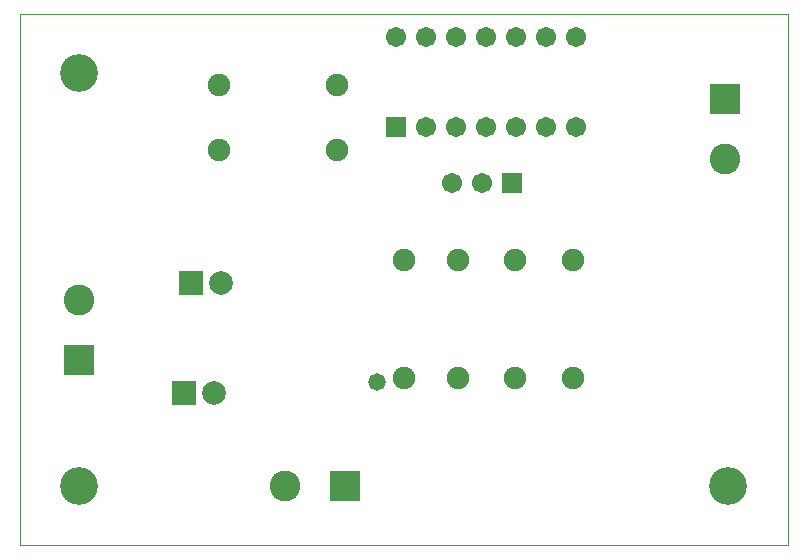
<source format=gbs>
G04 Layer_Color=16711935*
%FSLAX25Y25*%
%MOIN*%
G70*
G01*
G75*
%ADD18C,0.00394*%
%ADD39R,0.06706X0.06706*%
%ADD40C,0.06706*%
%ADD41C,0.07493*%
%ADD42C,0.12611*%
%ADD43R,0.07887X0.07887*%
%ADD44C,0.07887*%
%ADD45C,0.10249*%
%ADD46R,0.10249X0.10249*%
%ADD47C,0.06706*%
%ADD48R,0.06706X0.06706*%
%ADD49R,0.10249X0.10249*%
%ADD50C,0.05800*%
D18*
X0Y-15D02*
Y177150D01*
Y-15D02*
X255906D01*
Y177150D01*
X0D02*
X255906D01*
D39*
X125500Y139300D02*
D03*
D40*
X135500D02*
D03*
X145500D02*
D03*
X155500D02*
D03*
X165500D02*
D03*
X175500D02*
D03*
X185500D02*
D03*
X125500Y169300D02*
D03*
X135500D02*
D03*
X145500D02*
D03*
X155500D02*
D03*
X165500D02*
D03*
X175500D02*
D03*
X185500D02*
D03*
D41*
X184500Y55615D02*
D03*
Y94985D02*
D03*
X105685Y131800D02*
D03*
X66315D02*
D03*
X165000Y55615D02*
D03*
Y94985D02*
D03*
X105685Y153300D02*
D03*
X66315D02*
D03*
X146000Y55615D02*
D03*
Y94985D02*
D03*
X128000Y55615D02*
D03*
Y94985D02*
D03*
D42*
X19685Y157480D02*
D03*
X236221Y19685D02*
D03*
X19685D02*
D03*
D43*
X54575Y50800D02*
D03*
X57075Y87300D02*
D03*
D44*
X64575Y50800D02*
D03*
X67075Y87300D02*
D03*
D45*
X19685Y81800D02*
D03*
X235000Y128800D02*
D03*
X88425Y19670D02*
D03*
D46*
X19685Y61800D02*
D03*
X235000Y148800D02*
D03*
D47*
X154000Y120800D02*
D03*
X144000D02*
D03*
D48*
X164000D02*
D03*
D49*
X108425Y19670D02*
D03*
D50*
X119000Y54300D02*
D03*
M02*

</source>
